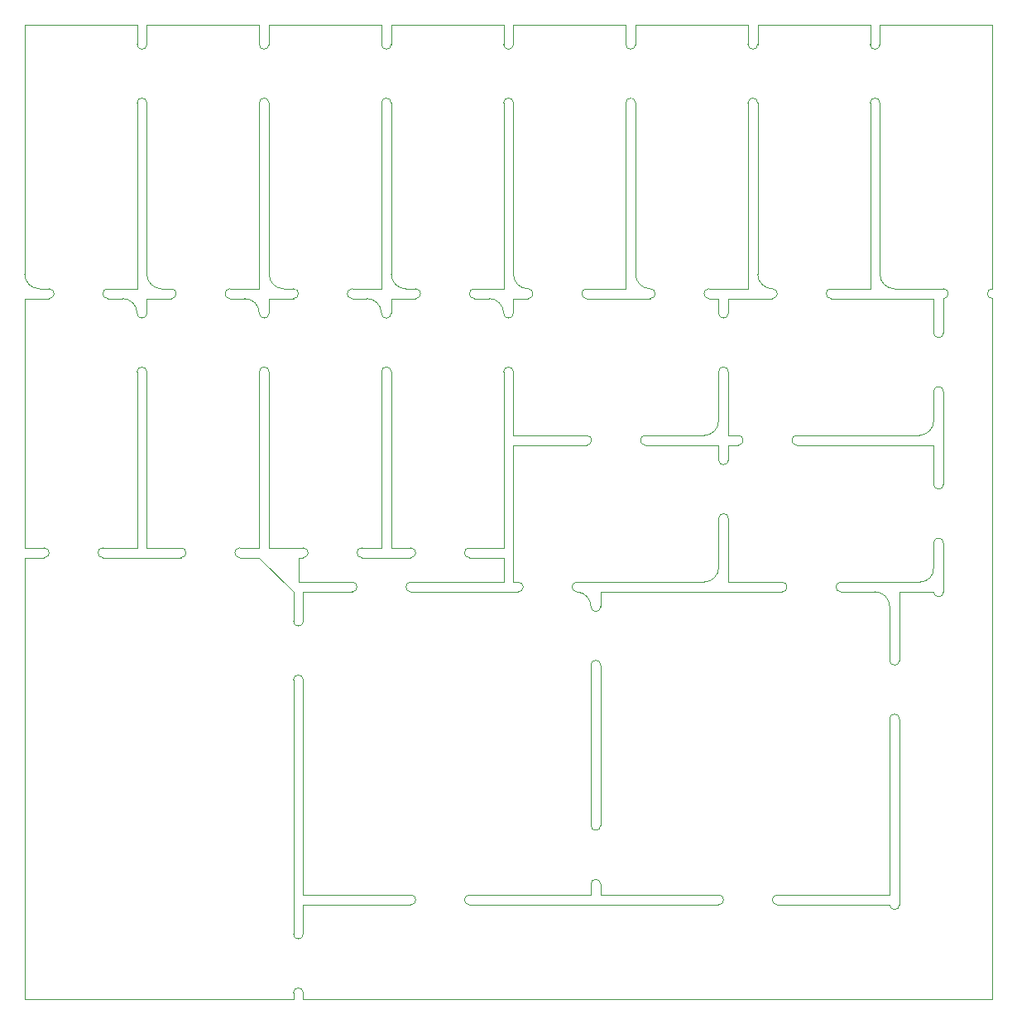
<source format=gbr>
%TF.GenerationSoftware,KiCad,Pcbnew,(6.0.4)*%
%TF.CreationDate,2022-06-07T22:17:41+02:00*%
%TF.ProjectId,vestmannaeyjar,76657374-6d61-46e6-9e61-65796a61722e,rev?*%
%TF.SameCoordinates,Original*%
%TF.FileFunction,Profile,NP*%
%FSLAX46Y46*%
G04 Gerber Fmt 4.6, Leading zero omitted, Abs format (unit mm)*
G04 Created by KiCad (PCBNEW (6.0.4)) date 2022-06-07 22:17:41*
%MOMM*%
%LPD*%
G01*
G04 APERTURE LIST*
%TA.AperFunction,Profile*%
%ADD10C,0.100000*%
%TD*%
G04 APERTURE END LIST*
D10*
X33000000Y-45495000D02*
G75*
G03*
X34500000Y-46995000I1500000J0D01*
G01*
X33000000Y-45495000D02*
X33000000Y-27995000D01*
X119500000Y-46995000D02*
X119500000Y-19995000D01*
X113500000Y-77995000D02*
G75*
G03*
X114500000Y-77995000I500000J0D01*
G01*
X108000000Y-45495000D02*
X108000000Y-27995000D01*
X119500000Y-119650000D02*
X49000000Y-119650000D01*
X110000000Y-77995000D02*
X113500000Y-77995000D01*
X45500000Y-55495000D02*
G75*
G03*
X44500000Y-55495000I-500000J0D01*
G01*
X109000000Y-109995000D02*
G75*
G03*
X110000000Y-109995000I500000J0D01*
G01*
X20500000Y-47995000D02*
X23000000Y-47995000D01*
X48000000Y-86995000D02*
X48000000Y-112995000D01*
X66000000Y-74495000D02*
X69500000Y-74495000D01*
X33000000Y-47995000D02*
X33000000Y-49495000D01*
X72000000Y-47995000D02*
G75*
G03*
X72000000Y-46995000I0J500000D01*
G01*
X66000000Y-73495000D02*
G75*
G03*
X66000000Y-74495000I0J-500000D01*
G01*
X92500000Y-70495000D02*
G75*
G03*
X91500000Y-70495000I-500000J0D01*
G01*
X32000000Y-21995000D02*
G75*
G03*
X33000000Y-21995000I500000J0D01*
G01*
X23000000Y-46995000D02*
X22000000Y-46995000D01*
X58000000Y-55495000D02*
G75*
G03*
X57000000Y-55495000I-500000J0D01*
G01*
X42500000Y-73495000D02*
G75*
G03*
X42500000Y-74495000I0J-500000D01*
G01*
X69500000Y-21995000D02*
X69500000Y-19995000D01*
X22500000Y-73495000D02*
X20500000Y-73495000D01*
X48000000Y-80995000D02*
X48000000Y-77995000D01*
X45500000Y-45495000D02*
X45500000Y-27995000D01*
X78430000Y-85495000D02*
X78430000Y-101895000D01*
X83000000Y-45495000D02*
X83000000Y-27995000D01*
X112000000Y-61995000D02*
G75*
G03*
X113500000Y-60495000I0J1500000D01*
G01*
X44500000Y-21995000D02*
G75*
G03*
X45500000Y-21995000I500000J0D01*
G01*
X36500000Y-74495000D02*
G75*
G03*
X36500000Y-73495000I0J500000D01*
G01*
X45500000Y-73495000D02*
X49000000Y-73495000D01*
X48000000Y-80995000D02*
G75*
G03*
X49000000Y-80995000I500000J0D01*
G01*
X28500000Y-73495000D02*
G75*
G03*
X28500000Y-74495000I0J-500000D01*
G01*
X92500000Y-64495000D02*
X92500000Y-62995000D01*
X113500000Y-51495000D02*
X113500000Y-47995000D01*
X108000000Y-19995000D02*
X108000000Y-21995000D01*
X84500000Y-47995000D02*
G75*
G03*
X84500000Y-46995000I0J500000D01*
G01*
X32000000Y-19995000D02*
X20500000Y-19995000D01*
X79430000Y-79495000D02*
X79430000Y-77995000D01*
X110000000Y-90995000D02*
G75*
G03*
X109000000Y-90995000I-500000J0D01*
G01*
X30500000Y-47995000D02*
X29000000Y-47995000D01*
X97500000Y-109995000D02*
X108500000Y-109995000D01*
X69500000Y-19995000D02*
X58000000Y-19995000D01*
X91500000Y-46995000D02*
X90500000Y-46995000D01*
X94500000Y-21995000D02*
X94500000Y-19995000D01*
X57000000Y-46995000D02*
X57000000Y-27995000D01*
X70500000Y-19995000D02*
X70500000Y-21995000D01*
X54000000Y-46995000D02*
X57000000Y-46995000D01*
X70500000Y-45495000D02*
X70500000Y-27995000D01*
X119500000Y-47995000D02*
X119500000Y-119650000D01*
X78000000Y-61995000D02*
X70500000Y-61995000D01*
X48000000Y-112995000D02*
G75*
G03*
X49000000Y-112995000I500000J0D01*
G01*
X69500000Y-74495000D02*
X69500000Y-76995000D01*
X92500000Y-61995000D02*
X93500000Y-61995000D01*
X33000000Y-19995000D02*
X33000000Y-21995000D01*
X99500000Y-61995000D02*
G75*
G03*
X99500000Y-62995000I0J-500000D01*
G01*
X33000000Y-55495000D02*
G75*
G03*
X32000000Y-55495000I-500000J0D01*
G01*
X92500000Y-62995000D02*
X93500000Y-62995000D01*
X82000000Y-19995000D02*
X70500000Y-19995000D01*
X58000000Y-45495000D02*
X58000000Y-27995000D01*
X92500000Y-55495000D02*
G75*
G03*
X91500000Y-55495000I-500000J0D01*
G01*
X44500000Y-49495000D02*
G75*
G03*
X45500000Y-49495000I500000J0D01*
G01*
X103000000Y-46995000D02*
G75*
G03*
X103000000Y-47995000I0J-500000D01*
G01*
X84500000Y-47995000D02*
X78000000Y-47995000D01*
X83000000Y-19995000D02*
X83000000Y-21995000D01*
X60000000Y-77995000D02*
X71000000Y-77995000D01*
X78430056Y-79495000D02*
G75*
G03*
X77000000Y-77995000I-1491956J9300D01*
G01*
X114500000Y-72995000D02*
G75*
G03*
X113500000Y-72995000I-500000J0D01*
G01*
X49000000Y-77995000D02*
X49000000Y-80995000D01*
X109000000Y-90995000D02*
X109000000Y-108995000D01*
X29000000Y-46995000D02*
X32000000Y-46995000D01*
X44500000Y-21995000D02*
X44500000Y-19995000D01*
X92500000Y-61995000D02*
X92500000Y-55495000D01*
X107000000Y-21995000D02*
G75*
G03*
X108000000Y-21995000I500000J0D01*
G01*
X94500000Y-19995000D02*
X83000000Y-19995000D01*
X83000000Y-27995000D02*
G75*
G03*
X82000000Y-27995000I-500000J0D01*
G01*
X79430000Y-85495000D02*
X79430000Y-101895000D01*
X108500000Y-109995000D02*
X109000000Y-109995000D01*
X91500000Y-64495000D02*
G75*
G03*
X92500000Y-64495000I500000J0D01*
G01*
X70500000Y-76995000D02*
X70500000Y-62995000D01*
X60000000Y-73495000D02*
X58000000Y-73495000D01*
X44500000Y-73495000D02*
X42500000Y-73495000D01*
X57000000Y-21995000D02*
X57000000Y-19995000D01*
X113500000Y-66995000D02*
X113500000Y-62995000D01*
X113500000Y-66995000D02*
G75*
G03*
X114500000Y-66995000I500000J0D01*
G01*
X48000000Y-46995000D02*
X47000000Y-46995000D01*
X91500000Y-109995000D02*
X66000000Y-109995000D01*
X91500000Y-49495000D02*
X91500000Y-47995000D01*
X113500000Y-51495000D02*
G75*
G03*
X114500000Y-51495000I500000J0D01*
G01*
X82000000Y-21995000D02*
X82000000Y-19995000D01*
X35500000Y-47995000D02*
G75*
G03*
X35500000Y-46995000I0J500000D01*
G01*
X35500000Y-46995000D02*
X34500000Y-46995000D01*
X71000000Y-77995000D02*
G75*
G03*
X71000000Y-76995000I0J500000D01*
G01*
X49000000Y-118995000D02*
G75*
G03*
X48000000Y-118995000I-500000J0D01*
G01*
X57000000Y-21995000D02*
G75*
G03*
X58000000Y-21995000I500000J0D01*
G01*
X95500000Y-45495000D02*
X95500000Y-27995000D01*
X48500000Y-76995000D02*
X54000000Y-76995000D01*
X66000000Y-108995000D02*
X78430000Y-108995000D01*
X32000000Y-46995000D02*
X32000000Y-27995000D01*
X109000000Y-79495000D02*
X109000000Y-84995000D01*
X69500000Y-49495000D02*
G75*
G03*
X68000000Y-47995000I-1500000J0D01*
G01*
X45500000Y-19995000D02*
X45500000Y-21995000D01*
X82000000Y-46995000D02*
X82000000Y-27995000D01*
X69500000Y-76995000D02*
X60000000Y-76995000D01*
X60000000Y-109995000D02*
X49000000Y-109995000D01*
X108000000Y-27995000D02*
G75*
G03*
X107000000Y-27995000I-500000J0D01*
G01*
X49000000Y-112995000D02*
X49000000Y-109995000D01*
X112100000Y-76995000D02*
X104000000Y-76995000D01*
X79430000Y-108995000D02*
X79430000Y-107895000D01*
X90000000Y-76995000D02*
X77000000Y-76995000D01*
X48500000Y-76995000D02*
X48500000Y-74495000D01*
X66500000Y-46995000D02*
G75*
G03*
X66500000Y-47995000I0J-500000D01*
G01*
X113500000Y-75495000D02*
X113500000Y-72995000D01*
X91500000Y-108995000D02*
X79430000Y-108995000D01*
X60000000Y-74495000D02*
G75*
G03*
X60000000Y-73495000I0J500000D01*
G01*
X58000000Y-27995000D02*
G75*
G03*
X57000000Y-27995000I-500000J0D01*
G01*
X112100000Y-76995036D02*
G75*
G03*
X113500000Y-75495000I0J1403336D01*
G01*
X58000000Y-45495000D02*
G75*
G03*
X59500000Y-46995000I1500000J0D01*
G01*
X44500000Y-55495000D02*
X44500000Y-73495000D01*
X92500000Y-47995000D02*
X92500000Y-49495000D01*
X72000000Y-47995000D02*
X70500000Y-47995000D01*
X36500000Y-73495000D02*
X33000000Y-73495000D01*
X107000000Y-19995000D02*
X95500000Y-19995000D01*
X44500000Y-46995000D02*
X44500000Y-27995000D01*
X45500000Y-45495000D02*
G75*
G03*
X47000000Y-46995000I1500000J0D01*
G01*
X78000000Y-62995000D02*
G75*
G03*
X78000000Y-61995000I0J500000D01*
G01*
X68000000Y-47995000D02*
X66500000Y-47995000D01*
X92500000Y-76995000D02*
X92500000Y-70495000D01*
X58000000Y-19995000D02*
X58000000Y-21995000D01*
X91500000Y-49495000D02*
G75*
G03*
X92500000Y-49495000I500000J0D01*
G01*
X69500000Y-73495000D02*
X66000000Y-73495000D01*
X55500000Y-47995000D02*
X54000000Y-47995000D01*
X94500000Y-46995000D02*
X94500000Y-27995000D01*
X91500000Y-109995000D02*
G75*
G03*
X91500000Y-108995000I0J500000D01*
G01*
X32000000Y-21995000D02*
X32000000Y-19995000D01*
X107000000Y-21995000D02*
X107000000Y-19995000D01*
X60500000Y-47995000D02*
X58000000Y-47995000D01*
X54000000Y-46995000D02*
G75*
G03*
X54000000Y-47995000I0J-500000D01*
G01*
X45500000Y-73495000D02*
X45500000Y-55495000D01*
X119500000Y-46995000D02*
G75*
G03*
X119500000Y-47995000I0J-500000D01*
G01*
X44500000Y-49495000D02*
G75*
G03*
X43000000Y-47995000I-1500000J0D01*
G01*
X44500000Y-74495000D02*
X48000000Y-77995000D01*
X98000000Y-77995000D02*
G75*
G03*
X98000000Y-76995000I0J500000D01*
G01*
X22500000Y-74495000D02*
G75*
G03*
X22500000Y-73495000I0J500000D01*
G01*
X110000000Y-84995000D02*
X110000000Y-77995000D01*
X97500000Y-108995000D02*
X109000000Y-108995000D01*
X94500000Y-21995000D02*
G75*
G03*
X95500000Y-21995000I500000J0D01*
G01*
X45500000Y-47995000D02*
X45500000Y-49495000D01*
X57000000Y-19995000D02*
X45500000Y-19995000D01*
X91500000Y-62995000D02*
X91500000Y-64495000D01*
X58000000Y-49495000D02*
X58000000Y-47995000D01*
X57000000Y-55495000D02*
X57000000Y-73495000D01*
X69500000Y-46995000D02*
X69500000Y-27995000D01*
X20500000Y-73495000D02*
X20500000Y-47995000D01*
X48000000Y-119650000D02*
X20500000Y-119650000D01*
X99500000Y-62995000D02*
X113500000Y-62995000D01*
X54000000Y-77995000D02*
X49000000Y-77995000D01*
X90500000Y-47995000D02*
X91500000Y-47995000D01*
X90000000Y-61995000D02*
G75*
G03*
X91500000Y-60495000I0J1500000D01*
G01*
X70500000Y-45495000D02*
G75*
G03*
X72000000Y-46995000I1500000J0D01*
G01*
X48500000Y-74495000D02*
X49000000Y-74495000D01*
X95500000Y-19995000D02*
X95500000Y-21995000D01*
X60500000Y-46995000D02*
X59500000Y-46995000D01*
X20500000Y-74495000D02*
X22500000Y-74495000D01*
X44500000Y-19995000D02*
X33000000Y-19995000D01*
X78430000Y-107895000D02*
X78430000Y-108995000D01*
X114500000Y-57495000D02*
G75*
G03*
X113500000Y-57495000I-500000J0D01*
G01*
X49000000Y-91995000D02*
X49000000Y-86995000D01*
X79430000Y-77995000D02*
X98000000Y-77995000D01*
X108000000Y-45495000D02*
G75*
G03*
X109500000Y-46995000I1500000J0D01*
G01*
X114500000Y-72995000D02*
X114500000Y-77995000D01*
X32000000Y-49495000D02*
G75*
G03*
X33000000Y-49495000I500000J0D01*
G01*
X48000000Y-118995000D02*
X48000000Y-119650000D01*
X70500000Y-55495000D02*
G75*
G03*
X69500000Y-55495000I-500000J0D01*
G01*
X107000000Y-46995000D02*
X107000000Y-27995000D01*
X28500000Y-74495000D02*
X36500000Y-74495000D01*
X41500000Y-46995000D02*
X44500000Y-46995000D01*
X114500000Y-46995000D02*
X109500000Y-46995000D01*
X84000000Y-61995000D02*
G75*
G03*
X84000000Y-62995000I0J-500000D01*
G01*
X69500000Y-21995000D02*
G75*
G03*
X70500000Y-21995000I500000J0D01*
G01*
X79000000Y-46995000D02*
X82000000Y-46995000D01*
X91500000Y-55495000D02*
X91500000Y-60495000D01*
X112000000Y-61995000D02*
X99500000Y-61995000D01*
X95500000Y-45495000D02*
G75*
G03*
X97000000Y-46995000I1500000J0D01*
G01*
X32000000Y-55495000D02*
X32000000Y-73495000D01*
X55000000Y-73495000D02*
G75*
G03*
X55000000Y-74495000I0J-500000D01*
G01*
X104000000Y-76995000D02*
G75*
G03*
X104000000Y-77995000I0J-500000D01*
G01*
X60500000Y-47995000D02*
G75*
G03*
X60500000Y-46995000I0J500000D01*
G01*
X90500000Y-46995000D02*
G75*
G03*
X90500000Y-47995000I0J-500000D01*
G01*
X23000000Y-47995000D02*
G75*
G03*
X23000000Y-46995000I0J500000D01*
G01*
X78430000Y-79495000D02*
G75*
G03*
X79430000Y-79495000I500000J0D01*
G01*
X114500000Y-47995000D02*
X114500000Y-51495000D01*
X66000000Y-108995000D02*
G75*
G03*
X66000000Y-109995000I0J-500000D01*
G01*
X54000000Y-77995000D02*
G75*
G03*
X54000000Y-76995000I0J500000D01*
G01*
X82000000Y-21995000D02*
G75*
G03*
X83000000Y-21995000I500000J0D01*
G01*
X42500000Y-74495000D02*
X44500000Y-74495000D01*
X109000000Y-79495000D02*
G75*
G03*
X107500000Y-77995000I-1500000J0D01*
G01*
X32000000Y-73495000D02*
X28500000Y-73495000D01*
X57000000Y-73495000D02*
X55000000Y-73495000D01*
X33000000Y-47995000D02*
X35500000Y-47995000D01*
X20500000Y-45495000D02*
G75*
G03*
X22000000Y-46995000I1500000J0D01*
G01*
X78430000Y-101895000D02*
G75*
G03*
X79430000Y-101895000I500000J0D01*
G01*
X49000000Y-86995000D02*
G75*
G03*
X48000000Y-86995000I-500000J0D01*
G01*
X103000000Y-47995000D02*
X113500000Y-47995000D01*
X60000000Y-108995000D02*
X49000000Y-108995000D01*
X20500000Y-45495000D02*
X20500000Y-19995000D01*
X69500000Y-49495000D02*
G75*
G03*
X70500000Y-49495000I500000J0D01*
G01*
X103000000Y-46995000D02*
X107000000Y-46995000D01*
X109000000Y-84995000D02*
G75*
G03*
X110000000Y-84995000I500000J0D01*
G01*
X97500000Y-108995000D02*
G75*
G03*
X97500000Y-109995000I0J-500000D01*
G01*
X79430000Y-107895000D02*
G75*
G03*
X78430000Y-107895000I-500000J0D01*
G01*
X70500000Y-49495000D02*
X70500000Y-47995000D01*
X70500000Y-61995000D02*
X70500000Y-55495000D01*
X49000000Y-118995000D02*
X49000000Y-119650000D01*
X110000000Y-90995000D02*
X110000000Y-109995000D01*
X91500000Y-46995000D02*
X94500000Y-46995000D01*
X83000000Y-45495000D02*
G75*
G03*
X84500000Y-46995000I1500000J0D01*
G01*
X93500000Y-62995000D02*
G75*
G03*
X93500000Y-61995000I0J500000D01*
G01*
X20500000Y-119650000D02*
X20500000Y-74495000D01*
X29000000Y-46995000D02*
G75*
G03*
X29000000Y-47995000I0J-500000D01*
G01*
X79430000Y-85495000D02*
G75*
G03*
X78430000Y-85495000I-500000J0D01*
G01*
X91500000Y-70495000D02*
X91500000Y-75495000D01*
X70500000Y-27995000D02*
G75*
G03*
X69500000Y-27995000I-500000J0D01*
G01*
X45500000Y-27995000D02*
G75*
G03*
X44500000Y-27995000I-500000J0D01*
G01*
X95500000Y-27995000D02*
G75*
G03*
X94500000Y-27995000I-500000J0D01*
G01*
X113500000Y-57495000D02*
X113500000Y-60495000D01*
X92500000Y-47995000D02*
X97000000Y-47995000D01*
X114500000Y-57495000D02*
X114500000Y-66995000D01*
X49000000Y-74495000D02*
G75*
G03*
X49000000Y-73495000I0J500000D01*
G01*
X60000000Y-109995000D02*
G75*
G03*
X60000000Y-108995000I0J500000D01*
G01*
X119500000Y-19995000D02*
X108000000Y-19995000D01*
X41500000Y-46995000D02*
G75*
G03*
X41500000Y-47995000I0J-500000D01*
G01*
X69500000Y-55495000D02*
X69500000Y-73495000D01*
X114500000Y-47995000D02*
G75*
G03*
X114500000Y-46995000I0J500000D01*
G01*
X57000000Y-49495000D02*
G75*
G03*
X58000000Y-49495000I500000J0D01*
G01*
X98000000Y-76995000D02*
X92500000Y-76995000D01*
X90000000Y-76995000D02*
G75*
G03*
X91500000Y-75495000I0J1500000D01*
G01*
X32000000Y-49495000D02*
G75*
G03*
X30500000Y-47995000I-1500000J0D01*
G01*
X84000000Y-62995000D02*
X91500000Y-62995000D01*
X33000000Y-73495000D02*
X33000000Y-55495000D01*
X79000000Y-46995000D02*
X78000000Y-46995000D01*
X48000000Y-47995000D02*
G75*
G03*
X48000000Y-46995000I0J500000D01*
G01*
X33000000Y-27995000D02*
G75*
G03*
X32000000Y-27995000I-500000J0D01*
G01*
X43000000Y-47995000D02*
X41500000Y-47995000D01*
X60000000Y-74495000D02*
X55000000Y-74495000D01*
X70500000Y-62995000D02*
X78000000Y-62995000D01*
X97000000Y-47995000D02*
G75*
G03*
X97000000Y-46995000I0J500000D01*
G01*
X49000000Y-91995000D02*
X49000000Y-108995000D01*
X57000000Y-49495000D02*
G75*
G03*
X55500000Y-47995000I-1500000J0D01*
G01*
X77000000Y-76995000D02*
G75*
G03*
X77000000Y-77995000I0J-500000D01*
G01*
X66500000Y-46995000D02*
X69500000Y-46995000D01*
X58000000Y-73495000D02*
X58000000Y-55495000D01*
X84000000Y-61995000D02*
X90000000Y-61995000D01*
X104000000Y-77995000D02*
X107500000Y-77995000D01*
X48000000Y-47995000D02*
X45500000Y-47995000D01*
X70500000Y-76995000D02*
X71000000Y-76995000D01*
X78000000Y-46995000D02*
G75*
G03*
X78000000Y-47995000I0J-500000D01*
G01*
X60000000Y-76995000D02*
G75*
G03*
X60000000Y-77995000I0J-500000D01*
G01*
M02*

</source>
